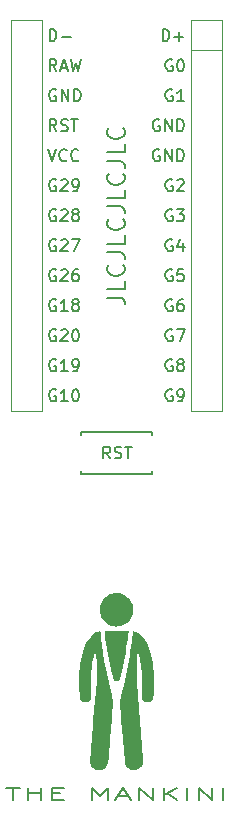
<source format=gbr>
%TF.GenerationSoftware,KiCad,Pcbnew,8.0.7*%
%TF.CreationDate,2024-12-25T21:28:18-05:00*%
%TF.ProjectId,mx,6d782e6b-6963-4616-945f-706362585858,v1.0.0*%
%TF.SameCoordinates,Original*%
%TF.FileFunction,Legend,Top*%
%TF.FilePolarity,Positive*%
%FSLAX46Y46*%
G04 Gerber Fmt 4.6, Leading zero omitted, Abs format (unit mm)*
G04 Created by KiCad (PCBNEW 8.0.7) date 2024-12-25 21:28:18*
%MOMM*%
%LPD*%
G01*
G04 APERTURE LIST*
%ADD10C,0.150000*%
%ADD11C,0.000000*%
%ADD12C,0.120000*%
G04 APERTURE END LIST*
D10*
X206904273Y-162179189D02*
X207975702Y-162179189D01*
X207975702Y-162179189D02*
X208189987Y-162250618D01*
X208189987Y-162250618D02*
X208332845Y-162393475D01*
X208332845Y-162393475D02*
X208404273Y-162607761D01*
X208404273Y-162607761D02*
X208404273Y-162750618D01*
X208404273Y-160750618D02*
X208404273Y-161464904D01*
X208404273Y-161464904D02*
X206904273Y-161464904D01*
X208261416Y-159393475D02*
X208332845Y-159464903D01*
X208332845Y-159464903D02*
X208404273Y-159679189D01*
X208404273Y-159679189D02*
X208404273Y-159822046D01*
X208404273Y-159822046D02*
X208332845Y-160036332D01*
X208332845Y-160036332D02*
X208189987Y-160179189D01*
X208189987Y-160179189D02*
X208047130Y-160250618D01*
X208047130Y-160250618D02*
X207761416Y-160322046D01*
X207761416Y-160322046D02*
X207547130Y-160322046D01*
X207547130Y-160322046D02*
X207261416Y-160250618D01*
X207261416Y-160250618D02*
X207118559Y-160179189D01*
X207118559Y-160179189D02*
X206975702Y-160036332D01*
X206975702Y-160036332D02*
X206904273Y-159822046D01*
X206904273Y-159822046D02*
X206904273Y-159679189D01*
X206904273Y-159679189D02*
X206975702Y-159464903D01*
X206975702Y-159464903D02*
X207047130Y-159393475D01*
X206904273Y-158322046D02*
X207975702Y-158322046D01*
X207975702Y-158322046D02*
X208189987Y-158393475D01*
X208189987Y-158393475D02*
X208332845Y-158536332D01*
X208332845Y-158536332D02*
X208404273Y-158750618D01*
X208404273Y-158750618D02*
X208404273Y-158893475D01*
X208404273Y-156893475D02*
X208404273Y-157607761D01*
X208404273Y-157607761D02*
X206904273Y-157607761D01*
X208261416Y-155536332D02*
X208332845Y-155607760D01*
X208332845Y-155607760D02*
X208404273Y-155822046D01*
X208404273Y-155822046D02*
X208404273Y-155964903D01*
X208404273Y-155964903D02*
X208332845Y-156179189D01*
X208332845Y-156179189D02*
X208189987Y-156322046D01*
X208189987Y-156322046D02*
X208047130Y-156393475D01*
X208047130Y-156393475D02*
X207761416Y-156464903D01*
X207761416Y-156464903D02*
X207547130Y-156464903D01*
X207547130Y-156464903D02*
X207261416Y-156393475D01*
X207261416Y-156393475D02*
X207118559Y-156322046D01*
X207118559Y-156322046D02*
X206975702Y-156179189D01*
X206975702Y-156179189D02*
X206904273Y-155964903D01*
X206904273Y-155964903D02*
X206904273Y-155822046D01*
X206904273Y-155822046D02*
X206975702Y-155607760D01*
X206975702Y-155607760D02*
X207047130Y-155536332D01*
X206904273Y-154464903D02*
X207975702Y-154464903D01*
X207975702Y-154464903D02*
X208189987Y-154536332D01*
X208189987Y-154536332D02*
X208332845Y-154679189D01*
X208332845Y-154679189D02*
X208404273Y-154893475D01*
X208404273Y-154893475D02*
X208404273Y-155036332D01*
X208404273Y-153036332D02*
X208404273Y-153750618D01*
X208404273Y-153750618D02*
X206904273Y-153750618D01*
X208261416Y-151679189D02*
X208332845Y-151750617D01*
X208332845Y-151750617D02*
X208404273Y-151964903D01*
X208404273Y-151964903D02*
X208404273Y-152107760D01*
X208404273Y-152107760D02*
X208332845Y-152322046D01*
X208332845Y-152322046D02*
X208189987Y-152464903D01*
X208189987Y-152464903D02*
X208047130Y-152536332D01*
X208047130Y-152536332D02*
X207761416Y-152607760D01*
X207761416Y-152607760D02*
X207547130Y-152607760D01*
X207547130Y-152607760D02*
X207261416Y-152536332D01*
X207261416Y-152536332D02*
X207118559Y-152464903D01*
X207118559Y-152464903D02*
X206975702Y-152322046D01*
X206975702Y-152322046D02*
X206904273Y-152107760D01*
X206904273Y-152107760D02*
X206904273Y-151964903D01*
X206904273Y-151964903D02*
X206975702Y-151750617D01*
X206975702Y-151750617D02*
X207047130Y-151679189D01*
X206904273Y-150607760D02*
X207975702Y-150607760D01*
X207975702Y-150607760D02*
X208189987Y-150679189D01*
X208189987Y-150679189D02*
X208332845Y-150822046D01*
X208332845Y-150822046D02*
X208404273Y-151036332D01*
X208404273Y-151036332D02*
X208404273Y-151179189D01*
X208404273Y-149179189D02*
X208404273Y-149893475D01*
X208404273Y-149893475D02*
X206904273Y-149893475D01*
X208261416Y-147822046D02*
X208332845Y-147893474D01*
X208332845Y-147893474D02*
X208404273Y-148107760D01*
X208404273Y-148107760D02*
X208404273Y-148250617D01*
X208404273Y-148250617D02*
X208332845Y-148464903D01*
X208332845Y-148464903D02*
X208189987Y-148607760D01*
X208189987Y-148607760D02*
X208047130Y-148679189D01*
X208047130Y-148679189D02*
X207761416Y-148750617D01*
X207761416Y-148750617D02*
X207547130Y-148750617D01*
X207547130Y-148750617D02*
X207261416Y-148679189D01*
X207261416Y-148679189D02*
X207118559Y-148607760D01*
X207118559Y-148607760D02*
X206975702Y-148464903D01*
X206975702Y-148464903D02*
X206904273Y-148250617D01*
X206904273Y-148250617D02*
X206904273Y-148107760D01*
X206904273Y-148107760D02*
X206975702Y-147893474D01*
X206975702Y-147893474D02*
X207047130Y-147822046D01*
X198384806Y-203681333D02*
X199527663Y-203681333D01*
X198956234Y-204681333D02*
X198956234Y-203681333D01*
X200194330Y-204681333D02*
X200194330Y-203681333D01*
X200194330Y-204157523D02*
X201337187Y-204157523D01*
X201337187Y-204681333D02*
X201337187Y-203681333D01*
X202289568Y-204157523D02*
X202956235Y-204157523D01*
X203241949Y-204681333D02*
X202289568Y-204681333D01*
X202289568Y-204681333D02*
X202289568Y-203681333D01*
X202289568Y-203681333D02*
X203241949Y-203681333D01*
X205622902Y-204681333D02*
X205622902Y-203681333D01*
X205622902Y-203681333D02*
X206289569Y-204395618D01*
X206289569Y-204395618D02*
X206956235Y-203681333D01*
X206956235Y-203681333D02*
X206956235Y-204681333D01*
X207813378Y-204395618D02*
X208765759Y-204395618D01*
X207622902Y-204681333D02*
X208289568Y-203681333D01*
X208289568Y-203681333D02*
X208956235Y-204681333D01*
X209622902Y-204681333D02*
X209622902Y-203681333D01*
X209622902Y-203681333D02*
X210765759Y-204681333D01*
X210765759Y-204681333D02*
X210765759Y-203681333D01*
X211718140Y-204681333D02*
X211718140Y-203681333D01*
X212860997Y-204681333D02*
X212003854Y-204109904D01*
X212860997Y-203681333D02*
X211718140Y-204252761D01*
X213718140Y-204681333D02*
X213718140Y-203681333D01*
X214670521Y-204681333D02*
X214670521Y-203681333D01*
X214670521Y-203681333D02*
X215813378Y-204681333D01*
X215813378Y-204681333D02*
X215813378Y-203681333D01*
X216765759Y-204681333D02*
X216765759Y-203681333D01*
X207170520Y-175800437D02*
X206837187Y-175324246D01*
X206599092Y-175800437D02*
X206599092Y-174800437D01*
X206599092Y-174800437D02*
X206980044Y-174800437D01*
X206980044Y-174800437D02*
X207075282Y-174848056D01*
X207075282Y-174848056D02*
X207122901Y-174895675D01*
X207122901Y-174895675D02*
X207170520Y-174990913D01*
X207170520Y-174990913D02*
X207170520Y-175133770D01*
X207170520Y-175133770D02*
X207122901Y-175229008D01*
X207122901Y-175229008D02*
X207075282Y-175276627D01*
X207075282Y-175276627D02*
X206980044Y-175324246D01*
X206980044Y-175324246D02*
X206599092Y-175324246D01*
X207551473Y-175752818D02*
X207694330Y-175800437D01*
X207694330Y-175800437D02*
X207932425Y-175800437D01*
X207932425Y-175800437D02*
X208027663Y-175752818D01*
X208027663Y-175752818D02*
X208075282Y-175705198D01*
X208075282Y-175705198D02*
X208122901Y-175609960D01*
X208122901Y-175609960D02*
X208122901Y-175514722D01*
X208122901Y-175514722D02*
X208075282Y-175419484D01*
X208075282Y-175419484D02*
X208027663Y-175371865D01*
X208027663Y-175371865D02*
X207932425Y-175324246D01*
X207932425Y-175324246D02*
X207741949Y-175276627D01*
X207741949Y-175276627D02*
X207646711Y-175229008D01*
X207646711Y-175229008D02*
X207599092Y-175181389D01*
X207599092Y-175181389D02*
X207551473Y-175086151D01*
X207551473Y-175086151D02*
X207551473Y-174990913D01*
X207551473Y-174990913D02*
X207599092Y-174895675D01*
X207599092Y-174895675D02*
X207646711Y-174848056D01*
X207646711Y-174848056D02*
X207741949Y-174800437D01*
X207741949Y-174800437D02*
X207980044Y-174800437D01*
X207980044Y-174800437D02*
X208122901Y-174848056D01*
X208408616Y-174800437D02*
X208980044Y-174800437D01*
X208694330Y-175800437D02*
X208694330Y-174800437D01*
X212428983Y-144593053D02*
X212333745Y-144545434D01*
X212333745Y-144545434D02*
X212190888Y-144545434D01*
X212190888Y-144545434D02*
X212048031Y-144593053D01*
X212048031Y-144593053D02*
X211952793Y-144688291D01*
X211952793Y-144688291D02*
X211905174Y-144783529D01*
X211905174Y-144783529D02*
X211857555Y-144974005D01*
X211857555Y-144974005D02*
X211857555Y-145116862D01*
X211857555Y-145116862D02*
X211905174Y-145307338D01*
X211905174Y-145307338D02*
X211952793Y-145402576D01*
X211952793Y-145402576D02*
X212048031Y-145497815D01*
X212048031Y-145497815D02*
X212190888Y-145545434D01*
X212190888Y-145545434D02*
X212286126Y-145545434D01*
X212286126Y-145545434D02*
X212428983Y-145497815D01*
X212428983Y-145497815D02*
X212476602Y-145450195D01*
X212476602Y-145450195D02*
X212476602Y-145116862D01*
X212476602Y-145116862D02*
X212286126Y-145116862D01*
X213428983Y-145545434D02*
X212857555Y-145545434D01*
X213143269Y-145545434D02*
X213143269Y-144545434D01*
X213143269Y-144545434D02*
X213048031Y-144688291D01*
X213048031Y-144688291D02*
X212952793Y-144783529D01*
X212952793Y-144783529D02*
X212857555Y-144831148D01*
X202578733Y-154753056D02*
X202483495Y-154705437D01*
X202483495Y-154705437D02*
X202340638Y-154705437D01*
X202340638Y-154705437D02*
X202197781Y-154753056D01*
X202197781Y-154753056D02*
X202102543Y-154848294D01*
X202102543Y-154848294D02*
X202054924Y-154943532D01*
X202054924Y-154943532D02*
X202007305Y-155134008D01*
X202007305Y-155134008D02*
X202007305Y-155276865D01*
X202007305Y-155276865D02*
X202054924Y-155467341D01*
X202054924Y-155467341D02*
X202102543Y-155562579D01*
X202102543Y-155562579D02*
X202197781Y-155657818D01*
X202197781Y-155657818D02*
X202340638Y-155705437D01*
X202340638Y-155705437D02*
X202435876Y-155705437D01*
X202435876Y-155705437D02*
X202578733Y-155657818D01*
X202578733Y-155657818D02*
X202626352Y-155610198D01*
X202626352Y-155610198D02*
X202626352Y-155276865D01*
X202626352Y-155276865D02*
X202435876Y-155276865D01*
X203007305Y-154800675D02*
X203054924Y-154753056D01*
X203054924Y-154753056D02*
X203150162Y-154705437D01*
X203150162Y-154705437D02*
X203388257Y-154705437D01*
X203388257Y-154705437D02*
X203483495Y-154753056D01*
X203483495Y-154753056D02*
X203531114Y-154800675D01*
X203531114Y-154800675D02*
X203578733Y-154895913D01*
X203578733Y-154895913D02*
X203578733Y-154991151D01*
X203578733Y-154991151D02*
X203531114Y-155134008D01*
X203531114Y-155134008D02*
X202959686Y-155705437D01*
X202959686Y-155705437D02*
X203578733Y-155705437D01*
X204150162Y-155134008D02*
X204054924Y-155086389D01*
X204054924Y-155086389D02*
X204007305Y-155038770D01*
X204007305Y-155038770D02*
X203959686Y-154943532D01*
X203959686Y-154943532D02*
X203959686Y-154895913D01*
X203959686Y-154895913D02*
X204007305Y-154800675D01*
X204007305Y-154800675D02*
X204054924Y-154753056D01*
X204054924Y-154753056D02*
X204150162Y-154705437D01*
X204150162Y-154705437D02*
X204340638Y-154705437D01*
X204340638Y-154705437D02*
X204435876Y-154753056D01*
X204435876Y-154753056D02*
X204483495Y-154800675D01*
X204483495Y-154800675D02*
X204531114Y-154895913D01*
X204531114Y-154895913D02*
X204531114Y-154943532D01*
X204531114Y-154943532D02*
X204483495Y-155038770D01*
X204483495Y-155038770D02*
X204435876Y-155086389D01*
X204435876Y-155086389D02*
X204340638Y-155134008D01*
X204340638Y-155134008D02*
X204150162Y-155134008D01*
X204150162Y-155134008D02*
X204054924Y-155181627D01*
X204054924Y-155181627D02*
X204007305Y-155229246D01*
X204007305Y-155229246D02*
X203959686Y-155324484D01*
X203959686Y-155324484D02*
X203959686Y-155514960D01*
X203959686Y-155514960D02*
X204007305Y-155610198D01*
X204007305Y-155610198D02*
X204054924Y-155657818D01*
X204054924Y-155657818D02*
X204150162Y-155705437D01*
X204150162Y-155705437D02*
X204340638Y-155705437D01*
X204340638Y-155705437D02*
X204435876Y-155657818D01*
X204435876Y-155657818D02*
X204483495Y-155610198D01*
X204483495Y-155610198D02*
X204531114Y-155514960D01*
X204531114Y-155514960D02*
X204531114Y-155324484D01*
X204531114Y-155324484D02*
X204483495Y-155229246D01*
X204483495Y-155229246D02*
X204435876Y-155181627D01*
X204435876Y-155181627D02*
X204340638Y-155134008D01*
X211333746Y-149673056D02*
X211238508Y-149625437D01*
X211238508Y-149625437D02*
X211095651Y-149625437D01*
X211095651Y-149625437D02*
X210952794Y-149673056D01*
X210952794Y-149673056D02*
X210857556Y-149768294D01*
X210857556Y-149768294D02*
X210809937Y-149863532D01*
X210809937Y-149863532D02*
X210762318Y-150054008D01*
X210762318Y-150054008D02*
X210762318Y-150196865D01*
X210762318Y-150196865D02*
X210809937Y-150387341D01*
X210809937Y-150387341D02*
X210857556Y-150482579D01*
X210857556Y-150482579D02*
X210952794Y-150577818D01*
X210952794Y-150577818D02*
X211095651Y-150625437D01*
X211095651Y-150625437D02*
X211190889Y-150625437D01*
X211190889Y-150625437D02*
X211333746Y-150577818D01*
X211333746Y-150577818D02*
X211381365Y-150530198D01*
X211381365Y-150530198D02*
X211381365Y-150196865D01*
X211381365Y-150196865D02*
X211190889Y-150196865D01*
X211809937Y-150625437D02*
X211809937Y-149625437D01*
X211809937Y-149625437D02*
X212381365Y-150625437D01*
X212381365Y-150625437D02*
X212381365Y-149625437D01*
X212857556Y-150625437D02*
X212857556Y-149625437D01*
X212857556Y-149625437D02*
X213095651Y-149625437D01*
X213095651Y-149625437D02*
X213238508Y-149673056D01*
X213238508Y-149673056D02*
X213333746Y-149768294D01*
X213333746Y-149768294D02*
X213381365Y-149863532D01*
X213381365Y-149863532D02*
X213428984Y-150054008D01*
X213428984Y-150054008D02*
X213428984Y-150196865D01*
X213428984Y-150196865D02*
X213381365Y-150387341D01*
X213381365Y-150387341D02*
X213333746Y-150482579D01*
X213333746Y-150482579D02*
X213238508Y-150577818D01*
X213238508Y-150577818D02*
X213095651Y-150625437D01*
X213095651Y-150625437D02*
X212857556Y-150625437D01*
X202054926Y-140465438D02*
X202054926Y-139465438D01*
X202054926Y-139465438D02*
X202293021Y-139465438D01*
X202293021Y-139465438D02*
X202435878Y-139513057D01*
X202435878Y-139513057D02*
X202531116Y-139608295D01*
X202531116Y-139608295D02*
X202578735Y-139703533D01*
X202578735Y-139703533D02*
X202626354Y-139894009D01*
X202626354Y-139894009D02*
X202626354Y-140036866D01*
X202626354Y-140036866D02*
X202578735Y-140227342D01*
X202578735Y-140227342D02*
X202531116Y-140322580D01*
X202531116Y-140322580D02*
X202435878Y-140417819D01*
X202435878Y-140417819D02*
X202293021Y-140465438D01*
X202293021Y-140465438D02*
X202054926Y-140465438D01*
X203054926Y-140084485D02*
X203816831Y-140084485D01*
X212428982Y-169993055D02*
X212333744Y-169945436D01*
X212333744Y-169945436D02*
X212190887Y-169945436D01*
X212190887Y-169945436D02*
X212048030Y-169993055D01*
X212048030Y-169993055D02*
X211952792Y-170088293D01*
X211952792Y-170088293D02*
X211905173Y-170183531D01*
X211905173Y-170183531D02*
X211857554Y-170374007D01*
X211857554Y-170374007D02*
X211857554Y-170516864D01*
X211857554Y-170516864D02*
X211905173Y-170707340D01*
X211905173Y-170707340D02*
X211952792Y-170802578D01*
X211952792Y-170802578D02*
X212048030Y-170897817D01*
X212048030Y-170897817D02*
X212190887Y-170945436D01*
X212190887Y-170945436D02*
X212286125Y-170945436D01*
X212286125Y-170945436D02*
X212428982Y-170897817D01*
X212428982Y-170897817D02*
X212476601Y-170850197D01*
X212476601Y-170850197D02*
X212476601Y-170516864D01*
X212476601Y-170516864D02*
X212286125Y-170516864D01*
X212952792Y-170945436D02*
X213143268Y-170945436D01*
X213143268Y-170945436D02*
X213238506Y-170897817D01*
X213238506Y-170897817D02*
X213286125Y-170850197D01*
X213286125Y-170850197D02*
X213381363Y-170707340D01*
X213381363Y-170707340D02*
X213428982Y-170516864D01*
X213428982Y-170516864D02*
X213428982Y-170135912D01*
X213428982Y-170135912D02*
X213381363Y-170040674D01*
X213381363Y-170040674D02*
X213333744Y-169993055D01*
X213333744Y-169993055D02*
X213238506Y-169945436D01*
X213238506Y-169945436D02*
X213048030Y-169945436D01*
X213048030Y-169945436D02*
X212952792Y-169993055D01*
X212952792Y-169993055D02*
X212905173Y-170040674D01*
X212905173Y-170040674D02*
X212857554Y-170135912D01*
X212857554Y-170135912D02*
X212857554Y-170374007D01*
X212857554Y-170374007D02*
X212905173Y-170469245D01*
X212905173Y-170469245D02*
X212952792Y-170516864D01*
X212952792Y-170516864D02*
X213048030Y-170564483D01*
X213048030Y-170564483D02*
X213238506Y-170564483D01*
X213238506Y-170564483D02*
X213333744Y-170516864D01*
X213333744Y-170516864D02*
X213381363Y-170469245D01*
X213381363Y-170469245D02*
X213428982Y-170374007D01*
X212428984Y-157293056D02*
X212333746Y-157245437D01*
X212333746Y-157245437D02*
X212190889Y-157245437D01*
X212190889Y-157245437D02*
X212048032Y-157293056D01*
X212048032Y-157293056D02*
X211952794Y-157388294D01*
X211952794Y-157388294D02*
X211905175Y-157483532D01*
X211905175Y-157483532D02*
X211857556Y-157674008D01*
X211857556Y-157674008D02*
X211857556Y-157816865D01*
X211857556Y-157816865D02*
X211905175Y-158007341D01*
X211905175Y-158007341D02*
X211952794Y-158102579D01*
X211952794Y-158102579D02*
X212048032Y-158197818D01*
X212048032Y-158197818D02*
X212190889Y-158245437D01*
X212190889Y-158245437D02*
X212286127Y-158245437D01*
X212286127Y-158245437D02*
X212428984Y-158197818D01*
X212428984Y-158197818D02*
X212476603Y-158150198D01*
X212476603Y-158150198D02*
X212476603Y-157816865D01*
X212476603Y-157816865D02*
X212286127Y-157816865D01*
X213333746Y-157578770D02*
X213333746Y-158245437D01*
X213095651Y-157197818D02*
X212857556Y-157912103D01*
X212857556Y-157912103D02*
X213476603Y-157912103D01*
X202578732Y-169993056D02*
X202483494Y-169945437D01*
X202483494Y-169945437D02*
X202340637Y-169945437D01*
X202340637Y-169945437D02*
X202197780Y-169993056D01*
X202197780Y-169993056D02*
X202102542Y-170088294D01*
X202102542Y-170088294D02*
X202054923Y-170183532D01*
X202054923Y-170183532D02*
X202007304Y-170374008D01*
X202007304Y-170374008D02*
X202007304Y-170516865D01*
X202007304Y-170516865D02*
X202054923Y-170707341D01*
X202054923Y-170707341D02*
X202102542Y-170802579D01*
X202102542Y-170802579D02*
X202197780Y-170897818D01*
X202197780Y-170897818D02*
X202340637Y-170945437D01*
X202340637Y-170945437D02*
X202435875Y-170945437D01*
X202435875Y-170945437D02*
X202578732Y-170897818D01*
X202578732Y-170897818D02*
X202626351Y-170850198D01*
X202626351Y-170850198D02*
X202626351Y-170516865D01*
X202626351Y-170516865D02*
X202435875Y-170516865D01*
X203578732Y-170945437D02*
X203007304Y-170945437D01*
X203293018Y-170945437D02*
X203293018Y-169945437D01*
X203293018Y-169945437D02*
X203197780Y-170088294D01*
X203197780Y-170088294D02*
X203102542Y-170183532D01*
X203102542Y-170183532D02*
X203007304Y-170231151D01*
X204197780Y-169945437D02*
X204293018Y-169945437D01*
X204293018Y-169945437D02*
X204388256Y-169993056D01*
X204388256Y-169993056D02*
X204435875Y-170040675D01*
X204435875Y-170040675D02*
X204483494Y-170135913D01*
X204483494Y-170135913D02*
X204531113Y-170326389D01*
X204531113Y-170326389D02*
X204531113Y-170564484D01*
X204531113Y-170564484D02*
X204483494Y-170754960D01*
X204483494Y-170754960D02*
X204435875Y-170850198D01*
X204435875Y-170850198D02*
X204388256Y-170897818D01*
X204388256Y-170897818D02*
X204293018Y-170945437D01*
X204293018Y-170945437D02*
X204197780Y-170945437D01*
X204197780Y-170945437D02*
X204102542Y-170897818D01*
X204102542Y-170897818D02*
X204054923Y-170850198D01*
X204054923Y-170850198D02*
X204007304Y-170754960D01*
X204007304Y-170754960D02*
X203959685Y-170564484D01*
X203959685Y-170564484D02*
X203959685Y-170326389D01*
X203959685Y-170326389D02*
X204007304Y-170135913D01*
X204007304Y-170135913D02*
X204054923Y-170040675D01*
X204054923Y-170040675D02*
X204102542Y-169993056D01*
X204102542Y-169993056D02*
X204197780Y-169945437D01*
X202578734Y-144593054D02*
X202483496Y-144545435D01*
X202483496Y-144545435D02*
X202340639Y-144545435D01*
X202340639Y-144545435D02*
X202197782Y-144593054D01*
X202197782Y-144593054D02*
X202102544Y-144688292D01*
X202102544Y-144688292D02*
X202054925Y-144783530D01*
X202054925Y-144783530D02*
X202007306Y-144974006D01*
X202007306Y-144974006D02*
X202007306Y-145116863D01*
X202007306Y-145116863D02*
X202054925Y-145307339D01*
X202054925Y-145307339D02*
X202102544Y-145402577D01*
X202102544Y-145402577D02*
X202197782Y-145497816D01*
X202197782Y-145497816D02*
X202340639Y-145545435D01*
X202340639Y-145545435D02*
X202435877Y-145545435D01*
X202435877Y-145545435D02*
X202578734Y-145497816D01*
X202578734Y-145497816D02*
X202626353Y-145450196D01*
X202626353Y-145450196D02*
X202626353Y-145116863D01*
X202626353Y-145116863D02*
X202435877Y-145116863D01*
X203054925Y-145545435D02*
X203054925Y-144545435D01*
X203054925Y-144545435D02*
X203626353Y-145545435D01*
X203626353Y-145545435D02*
X203626353Y-144545435D01*
X204102544Y-145545435D02*
X204102544Y-144545435D01*
X204102544Y-144545435D02*
X204340639Y-144545435D01*
X204340639Y-144545435D02*
X204483496Y-144593054D01*
X204483496Y-144593054D02*
X204578734Y-144688292D01*
X204578734Y-144688292D02*
X204626353Y-144783530D01*
X204626353Y-144783530D02*
X204673972Y-144974006D01*
X204673972Y-144974006D02*
X204673972Y-145116863D01*
X204673972Y-145116863D02*
X204626353Y-145307339D01*
X204626353Y-145307339D02*
X204578734Y-145402577D01*
X204578734Y-145402577D02*
X204483496Y-145497816D01*
X204483496Y-145497816D02*
X204340639Y-145545435D01*
X204340639Y-145545435D02*
X204102544Y-145545435D01*
X202578734Y-164913059D02*
X202483496Y-164865440D01*
X202483496Y-164865440D02*
X202340639Y-164865440D01*
X202340639Y-164865440D02*
X202197782Y-164913059D01*
X202197782Y-164913059D02*
X202102544Y-165008297D01*
X202102544Y-165008297D02*
X202054925Y-165103535D01*
X202054925Y-165103535D02*
X202007306Y-165294011D01*
X202007306Y-165294011D02*
X202007306Y-165436868D01*
X202007306Y-165436868D02*
X202054925Y-165627344D01*
X202054925Y-165627344D02*
X202102544Y-165722582D01*
X202102544Y-165722582D02*
X202197782Y-165817821D01*
X202197782Y-165817821D02*
X202340639Y-165865440D01*
X202340639Y-165865440D02*
X202435877Y-165865440D01*
X202435877Y-165865440D02*
X202578734Y-165817821D01*
X202578734Y-165817821D02*
X202626353Y-165770201D01*
X202626353Y-165770201D02*
X202626353Y-165436868D01*
X202626353Y-165436868D02*
X202435877Y-165436868D01*
X203007306Y-164960678D02*
X203054925Y-164913059D01*
X203054925Y-164913059D02*
X203150163Y-164865440D01*
X203150163Y-164865440D02*
X203388258Y-164865440D01*
X203388258Y-164865440D02*
X203483496Y-164913059D01*
X203483496Y-164913059D02*
X203531115Y-164960678D01*
X203531115Y-164960678D02*
X203578734Y-165055916D01*
X203578734Y-165055916D02*
X203578734Y-165151154D01*
X203578734Y-165151154D02*
X203531115Y-165294011D01*
X203531115Y-165294011D02*
X202959687Y-165865440D01*
X202959687Y-165865440D02*
X203578734Y-165865440D01*
X204197782Y-164865440D02*
X204293020Y-164865440D01*
X204293020Y-164865440D02*
X204388258Y-164913059D01*
X204388258Y-164913059D02*
X204435877Y-164960678D01*
X204435877Y-164960678D02*
X204483496Y-165055916D01*
X204483496Y-165055916D02*
X204531115Y-165246392D01*
X204531115Y-165246392D02*
X204531115Y-165484487D01*
X204531115Y-165484487D02*
X204483496Y-165674963D01*
X204483496Y-165674963D02*
X204435877Y-165770201D01*
X204435877Y-165770201D02*
X204388258Y-165817821D01*
X204388258Y-165817821D02*
X204293020Y-165865440D01*
X204293020Y-165865440D02*
X204197782Y-165865440D01*
X204197782Y-165865440D02*
X204102544Y-165817821D01*
X204102544Y-165817821D02*
X204054925Y-165770201D01*
X204054925Y-165770201D02*
X204007306Y-165674963D01*
X204007306Y-165674963D02*
X203959687Y-165484487D01*
X203959687Y-165484487D02*
X203959687Y-165246392D01*
X203959687Y-165246392D02*
X204007306Y-165055916D01*
X204007306Y-165055916D02*
X204054925Y-164960678D01*
X204054925Y-164960678D02*
X204102544Y-164913059D01*
X204102544Y-164913059D02*
X204197782Y-164865440D01*
X212428984Y-142053057D02*
X212333746Y-142005438D01*
X212333746Y-142005438D02*
X212190889Y-142005438D01*
X212190889Y-142005438D02*
X212048032Y-142053057D01*
X212048032Y-142053057D02*
X211952794Y-142148295D01*
X211952794Y-142148295D02*
X211905175Y-142243533D01*
X211905175Y-142243533D02*
X211857556Y-142434009D01*
X211857556Y-142434009D02*
X211857556Y-142576866D01*
X211857556Y-142576866D02*
X211905175Y-142767342D01*
X211905175Y-142767342D02*
X211952794Y-142862580D01*
X211952794Y-142862580D02*
X212048032Y-142957819D01*
X212048032Y-142957819D02*
X212190889Y-143005438D01*
X212190889Y-143005438D02*
X212286127Y-143005438D01*
X212286127Y-143005438D02*
X212428984Y-142957819D01*
X212428984Y-142957819D02*
X212476603Y-142910199D01*
X212476603Y-142910199D02*
X212476603Y-142576866D01*
X212476603Y-142576866D02*
X212286127Y-142576866D01*
X213095651Y-142005438D02*
X213190889Y-142005438D01*
X213190889Y-142005438D02*
X213286127Y-142053057D01*
X213286127Y-142053057D02*
X213333746Y-142100676D01*
X213333746Y-142100676D02*
X213381365Y-142195914D01*
X213381365Y-142195914D02*
X213428984Y-142386390D01*
X213428984Y-142386390D02*
X213428984Y-142624485D01*
X213428984Y-142624485D02*
X213381365Y-142814961D01*
X213381365Y-142814961D02*
X213333746Y-142910199D01*
X213333746Y-142910199D02*
X213286127Y-142957819D01*
X213286127Y-142957819D02*
X213190889Y-143005438D01*
X213190889Y-143005438D02*
X213095651Y-143005438D01*
X213095651Y-143005438D02*
X213000413Y-142957819D01*
X213000413Y-142957819D02*
X212952794Y-142910199D01*
X212952794Y-142910199D02*
X212905175Y-142814961D01*
X212905175Y-142814961D02*
X212857556Y-142624485D01*
X212857556Y-142624485D02*
X212857556Y-142386390D01*
X212857556Y-142386390D02*
X212905175Y-142195914D01*
X212905175Y-142195914D02*
X212952794Y-142100676D01*
X212952794Y-142100676D02*
X213000413Y-142053057D01*
X213000413Y-142053057D02*
X213095651Y-142005438D01*
X201912067Y-149625438D02*
X202245400Y-150625438D01*
X202245400Y-150625438D02*
X202578733Y-149625438D01*
X203483495Y-150530199D02*
X203435876Y-150577819D01*
X203435876Y-150577819D02*
X203293019Y-150625438D01*
X203293019Y-150625438D02*
X203197781Y-150625438D01*
X203197781Y-150625438D02*
X203054924Y-150577819D01*
X203054924Y-150577819D02*
X202959686Y-150482580D01*
X202959686Y-150482580D02*
X202912067Y-150387342D01*
X202912067Y-150387342D02*
X202864448Y-150196866D01*
X202864448Y-150196866D02*
X202864448Y-150054009D01*
X202864448Y-150054009D02*
X202912067Y-149863533D01*
X202912067Y-149863533D02*
X202959686Y-149768295D01*
X202959686Y-149768295D02*
X203054924Y-149673057D01*
X203054924Y-149673057D02*
X203197781Y-149625438D01*
X203197781Y-149625438D02*
X203293019Y-149625438D01*
X203293019Y-149625438D02*
X203435876Y-149673057D01*
X203435876Y-149673057D02*
X203483495Y-149720676D01*
X204483495Y-150530199D02*
X204435876Y-150577819D01*
X204435876Y-150577819D02*
X204293019Y-150625438D01*
X204293019Y-150625438D02*
X204197781Y-150625438D01*
X204197781Y-150625438D02*
X204054924Y-150577819D01*
X204054924Y-150577819D02*
X203959686Y-150482580D01*
X203959686Y-150482580D02*
X203912067Y-150387342D01*
X203912067Y-150387342D02*
X203864448Y-150196866D01*
X203864448Y-150196866D02*
X203864448Y-150054009D01*
X203864448Y-150054009D02*
X203912067Y-149863533D01*
X203912067Y-149863533D02*
X203959686Y-149768295D01*
X203959686Y-149768295D02*
X204054924Y-149673057D01*
X204054924Y-149673057D02*
X204197781Y-149625438D01*
X204197781Y-149625438D02*
X204293019Y-149625438D01*
X204293019Y-149625438D02*
X204435876Y-149673057D01*
X204435876Y-149673057D02*
X204483495Y-149720676D01*
X212428985Y-167453057D02*
X212333747Y-167405438D01*
X212333747Y-167405438D02*
X212190890Y-167405438D01*
X212190890Y-167405438D02*
X212048033Y-167453057D01*
X212048033Y-167453057D02*
X211952795Y-167548295D01*
X211952795Y-167548295D02*
X211905176Y-167643533D01*
X211905176Y-167643533D02*
X211857557Y-167834009D01*
X211857557Y-167834009D02*
X211857557Y-167976866D01*
X211857557Y-167976866D02*
X211905176Y-168167342D01*
X211905176Y-168167342D02*
X211952795Y-168262580D01*
X211952795Y-168262580D02*
X212048033Y-168357819D01*
X212048033Y-168357819D02*
X212190890Y-168405438D01*
X212190890Y-168405438D02*
X212286128Y-168405438D01*
X212286128Y-168405438D02*
X212428985Y-168357819D01*
X212428985Y-168357819D02*
X212476604Y-168310199D01*
X212476604Y-168310199D02*
X212476604Y-167976866D01*
X212476604Y-167976866D02*
X212286128Y-167976866D01*
X213048033Y-167834009D02*
X212952795Y-167786390D01*
X212952795Y-167786390D02*
X212905176Y-167738771D01*
X212905176Y-167738771D02*
X212857557Y-167643533D01*
X212857557Y-167643533D02*
X212857557Y-167595914D01*
X212857557Y-167595914D02*
X212905176Y-167500676D01*
X212905176Y-167500676D02*
X212952795Y-167453057D01*
X212952795Y-167453057D02*
X213048033Y-167405438D01*
X213048033Y-167405438D02*
X213238509Y-167405438D01*
X213238509Y-167405438D02*
X213333747Y-167453057D01*
X213333747Y-167453057D02*
X213381366Y-167500676D01*
X213381366Y-167500676D02*
X213428985Y-167595914D01*
X213428985Y-167595914D02*
X213428985Y-167643533D01*
X213428985Y-167643533D02*
X213381366Y-167738771D01*
X213381366Y-167738771D02*
X213333747Y-167786390D01*
X213333747Y-167786390D02*
X213238509Y-167834009D01*
X213238509Y-167834009D02*
X213048033Y-167834009D01*
X213048033Y-167834009D02*
X212952795Y-167881628D01*
X212952795Y-167881628D02*
X212905176Y-167929247D01*
X212905176Y-167929247D02*
X212857557Y-168024485D01*
X212857557Y-168024485D02*
X212857557Y-168214961D01*
X212857557Y-168214961D02*
X212905176Y-168310199D01*
X212905176Y-168310199D02*
X212952795Y-168357819D01*
X212952795Y-168357819D02*
X213048033Y-168405438D01*
X213048033Y-168405438D02*
X213238509Y-168405438D01*
X213238509Y-168405438D02*
X213333747Y-168357819D01*
X213333747Y-168357819D02*
X213381366Y-168310199D01*
X213381366Y-168310199D02*
X213428985Y-168214961D01*
X213428985Y-168214961D02*
X213428985Y-168024485D01*
X213428985Y-168024485D02*
X213381366Y-167929247D01*
X213381366Y-167929247D02*
X213333747Y-167881628D01*
X213333747Y-167881628D02*
X213238509Y-167834009D01*
X202578732Y-157293056D02*
X202483494Y-157245437D01*
X202483494Y-157245437D02*
X202340637Y-157245437D01*
X202340637Y-157245437D02*
X202197780Y-157293056D01*
X202197780Y-157293056D02*
X202102542Y-157388294D01*
X202102542Y-157388294D02*
X202054923Y-157483532D01*
X202054923Y-157483532D02*
X202007304Y-157674008D01*
X202007304Y-157674008D02*
X202007304Y-157816865D01*
X202007304Y-157816865D02*
X202054923Y-158007341D01*
X202054923Y-158007341D02*
X202102542Y-158102579D01*
X202102542Y-158102579D02*
X202197780Y-158197818D01*
X202197780Y-158197818D02*
X202340637Y-158245437D01*
X202340637Y-158245437D02*
X202435875Y-158245437D01*
X202435875Y-158245437D02*
X202578732Y-158197818D01*
X202578732Y-158197818D02*
X202626351Y-158150198D01*
X202626351Y-158150198D02*
X202626351Y-157816865D01*
X202626351Y-157816865D02*
X202435875Y-157816865D01*
X203007304Y-157340675D02*
X203054923Y-157293056D01*
X203054923Y-157293056D02*
X203150161Y-157245437D01*
X203150161Y-157245437D02*
X203388256Y-157245437D01*
X203388256Y-157245437D02*
X203483494Y-157293056D01*
X203483494Y-157293056D02*
X203531113Y-157340675D01*
X203531113Y-157340675D02*
X203578732Y-157435913D01*
X203578732Y-157435913D02*
X203578732Y-157531151D01*
X203578732Y-157531151D02*
X203531113Y-157674008D01*
X203531113Y-157674008D02*
X202959685Y-158245437D01*
X202959685Y-158245437D02*
X203578732Y-158245437D01*
X203912066Y-157245437D02*
X204578732Y-157245437D01*
X204578732Y-157245437D02*
X204150161Y-158245437D01*
X202578733Y-167453055D02*
X202483495Y-167405436D01*
X202483495Y-167405436D02*
X202340638Y-167405436D01*
X202340638Y-167405436D02*
X202197781Y-167453055D01*
X202197781Y-167453055D02*
X202102543Y-167548293D01*
X202102543Y-167548293D02*
X202054924Y-167643531D01*
X202054924Y-167643531D02*
X202007305Y-167834007D01*
X202007305Y-167834007D02*
X202007305Y-167976864D01*
X202007305Y-167976864D02*
X202054924Y-168167340D01*
X202054924Y-168167340D02*
X202102543Y-168262578D01*
X202102543Y-168262578D02*
X202197781Y-168357817D01*
X202197781Y-168357817D02*
X202340638Y-168405436D01*
X202340638Y-168405436D02*
X202435876Y-168405436D01*
X202435876Y-168405436D02*
X202578733Y-168357817D01*
X202578733Y-168357817D02*
X202626352Y-168310197D01*
X202626352Y-168310197D02*
X202626352Y-167976864D01*
X202626352Y-167976864D02*
X202435876Y-167976864D01*
X203578733Y-168405436D02*
X203007305Y-168405436D01*
X203293019Y-168405436D02*
X203293019Y-167405436D01*
X203293019Y-167405436D02*
X203197781Y-167548293D01*
X203197781Y-167548293D02*
X203102543Y-167643531D01*
X203102543Y-167643531D02*
X203007305Y-167691150D01*
X204054924Y-168405436D02*
X204245400Y-168405436D01*
X204245400Y-168405436D02*
X204340638Y-168357817D01*
X204340638Y-168357817D02*
X204388257Y-168310197D01*
X204388257Y-168310197D02*
X204483495Y-168167340D01*
X204483495Y-168167340D02*
X204531114Y-167976864D01*
X204531114Y-167976864D02*
X204531114Y-167595912D01*
X204531114Y-167595912D02*
X204483495Y-167500674D01*
X204483495Y-167500674D02*
X204435876Y-167453055D01*
X204435876Y-167453055D02*
X204340638Y-167405436D01*
X204340638Y-167405436D02*
X204150162Y-167405436D01*
X204150162Y-167405436D02*
X204054924Y-167453055D01*
X204054924Y-167453055D02*
X204007305Y-167500674D01*
X204007305Y-167500674D02*
X203959686Y-167595912D01*
X203959686Y-167595912D02*
X203959686Y-167834007D01*
X203959686Y-167834007D02*
X204007305Y-167929245D01*
X204007305Y-167929245D02*
X204054924Y-167976864D01*
X204054924Y-167976864D02*
X204150162Y-168024483D01*
X204150162Y-168024483D02*
X204340638Y-168024483D01*
X204340638Y-168024483D02*
X204435876Y-167976864D01*
X204435876Y-167976864D02*
X204483495Y-167929245D01*
X204483495Y-167929245D02*
X204531114Y-167834007D01*
X202626351Y-143005436D02*
X202293018Y-142529245D01*
X202054923Y-143005436D02*
X202054923Y-142005436D01*
X202054923Y-142005436D02*
X202435875Y-142005436D01*
X202435875Y-142005436D02*
X202531113Y-142053055D01*
X202531113Y-142053055D02*
X202578732Y-142100674D01*
X202578732Y-142100674D02*
X202626351Y-142195912D01*
X202626351Y-142195912D02*
X202626351Y-142338769D01*
X202626351Y-142338769D02*
X202578732Y-142434007D01*
X202578732Y-142434007D02*
X202531113Y-142481626D01*
X202531113Y-142481626D02*
X202435875Y-142529245D01*
X202435875Y-142529245D02*
X202054923Y-142529245D01*
X203007304Y-142719721D02*
X203483494Y-142719721D01*
X202912066Y-143005436D02*
X203245399Y-142005436D01*
X203245399Y-142005436D02*
X203578732Y-143005436D01*
X203816828Y-142005436D02*
X204054923Y-143005436D01*
X204054923Y-143005436D02*
X204245399Y-142291150D01*
X204245399Y-142291150D02*
X204435875Y-143005436D01*
X204435875Y-143005436D02*
X204673971Y-142005436D01*
X202578733Y-162373056D02*
X202483495Y-162325437D01*
X202483495Y-162325437D02*
X202340638Y-162325437D01*
X202340638Y-162325437D02*
X202197781Y-162373056D01*
X202197781Y-162373056D02*
X202102543Y-162468294D01*
X202102543Y-162468294D02*
X202054924Y-162563532D01*
X202054924Y-162563532D02*
X202007305Y-162754008D01*
X202007305Y-162754008D02*
X202007305Y-162896865D01*
X202007305Y-162896865D02*
X202054924Y-163087341D01*
X202054924Y-163087341D02*
X202102543Y-163182579D01*
X202102543Y-163182579D02*
X202197781Y-163277818D01*
X202197781Y-163277818D02*
X202340638Y-163325437D01*
X202340638Y-163325437D02*
X202435876Y-163325437D01*
X202435876Y-163325437D02*
X202578733Y-163277818D01*
X202578733Y-163277818D02*
X202626352Y-163230198D01*
X202626352Y-163230198D02*
X202626352Y-162896865D01*
X202626352Y-162896865D02*
X202435876Y-162896865D01*
X203578733Y-163325437D02*
X203007305Y-163325437D01*
X203293019Y-163325437D02*
X203293019Y-162325437D01*
X203293019Y-162325437D02*
X203197781Y-162468294D01*
X203197781Y-162468294D02*
X203102543Y-162563532D01*
X203102543Y-162563532D02*
X203007305Y-162611151D01*
X204150162Y-162754008D02*
X204054924Y-162706389D01*
X204054924Y-162706389D02*
X204007305Y-162658770D01*
X204007305Y-162658770D02*
X203959686Y-162563532D01*
X203959686Y-162563532D02*
X203959686Y-162515913D01*
X203959686Y-162515913D02*
X204007305Y-162420675D01*
X204007305Y-162420675D02*
X204054924Y-162373056D01*
X204054924Y-162373056D02*
X204150162Y-162325437D01*
X204150162Y-162325437D02*
X204340638Y-162325437D01*
X204340638Y-162325437D02*
X204435876Y-162373056D01*
X204435876Y-162373056D02*
X204483495Y-162420675D01*
X204483495Y-162420675D02*
X204531114Y-162515913D01*
X204531114Y-162515913D02*
X204531114Y-162563532D01*
X204531114Y-162563532D02*
X204483495Y-162658770D01*
X204483495Y-162658770D02*
X204435876Y-162706389D01*
X204435876Y-162706389D02*
X204340638Y-162754008D01*
X204340638Y-162754008D02*
X204150162Y-162754008D01*
X204150162Y-162754008D02*
X204054924Y-162801627D01*
X204054924Y-162801627D02*
X204007305Y-162849246D01*
X204007305Y-162849246D02*
X203959686Y-162944484D01*
X203959686Y-162944484D02*
X203959686Y-163134960D01*
X203959686Y-163134960D02*
X204007305Y-163230198D01*
X204007305Y-163230198D02*
X204054924Y-163277818D01*
X204054924Y-163277818D02*
X204150162Y-163325437D01*
X204150162Y-163325437D02*
X204340638Y-163325437D01*
X204340638Y-163325437D02*
X204435876Y-163277818D01*
X204435876Y-163277818D02*
X204483495Y-163230198D01*
X204483495Y-163230198D02*
X204531114Y-163134960D01*
X204531114Y-163134960D02*
X204531114Y-162944484D01*
X204531114Y-162944484D02*
X204483495Y-162849246D01*
X204483495Y-162849246D02*
X204435876Y-162801627D01*
X204435876Y-162801627D02*
X204340638Y-162754008D01*
X202626352Y-148085437D02*
X202293019Y-147609246D01*
X202054924Y-148085437D02*
X202054924Y-147085437D01*
X202054924Y-147085437D02*
X202435876Y-147085437D01*
X202435876Y-147085437D02*
X202531114Y-147133056D01*
X202531114Y-147133056D02*
X202578733Y-147180675D01*
X202578733Y-147180675D02*
X202626352Y-147275913D01*
X202626352Y-147275913D02*
X202626352Y-147418770D01*
X202626352Y-147418770D02*
X202578733Y-147514008D01*
X202578733Y-147514008D02*
X202531114Y-147561627D01*
X202531114Y-147561627D02*
X202435876Y-147609246D01*
X202435876Y-147609246D02*
X202054924Y-147609246D01*
X203007305Y-148037818D02*
X203150162Y-148085437D01*
X203150162Y-148085437D02*
X203388257Y-148085437D01*
X203388257Y-148085437D02*
X203483495Y-148037818D01*
X203483495Y-148037818D02*
X203531114Y-147990198D01*
X203531114Y-147990198D02*
X203578733Y-147894960D01*
X203578733Y-147894960D02*
X203578733Y-147799722D01*
X203578733Y-147799722D02*
X203531114Y-147704484D01*
X203531114Y-147704484D02*
X203483495Y-147656865D01*
X203483495Y-147656865D02*
X203388257Y-147609246D01*
X203388257Y-147609246D02*
X203197781Y-147561627D01*
X203197781Y-147561627D02*
X203102543Y-147514008D01*
X203102543Y-147514008D02*
X203054924Y-147466389D01*
X203054924Y-147466389D02*
X203007305Y-147371151D01*
X203007305Y-147371151D02*
X203007305Y-147275913D01*
X203007305Y-147275913D02*
X203054924Y-147180675D01*
X203054924Y-147180675D02*
X203102543Y-147133056D01*
X203102543Y-147133056D02*
X203197781Y-147085437D01*
X203197781Y-147085437D02*
X203435876Y-147085437D01*
X203435876Y-147085437D02*
X203578733Y-147133056D01*
X203864448Y-147085437D02*
X204435876Y-147085437D01*
X204150162Y-148085437D02*
X204150162Y-147085437D01*
X212428985Y-152213056D02*
X212333747Y-152165437D01*
X212333747Y-152165437D02*
X212190890Y-152165437D01*
X212190890Y-152165437D02*
X212048033Y-152213056D01*
X212048033Y-152213056D02*
X211952795Y-152308294D01*
X211952795Y-152308294D02*
X211905176Y-152403532D01*
X211905176Y-152403532D02*
X211857557Y-152594008D01*
X211857557Y-152594008D02*
X211857557Y-152736865D01*
X211857557Y-152736865D02*
X211905176Y-152927341D01*
X211905176Y-152927341D02*
X211952795Y-153022579D01*
X211952795Y-153022579D02*
X212048033Y-153117818D01*
X212048033Y-153117818D02*
X212190890Y-153165437D01*
X212190890Y-153165437D02*
X212286128Y-153165437D01*
X212286128Y-153165437D02*
X212428985Y-153117818D01*
X212428985Y-153117818D02*
X212476604Y-153070198D01*
X212476604Y-153070198D02*
X212476604Y-152736865D01*
X212476604Y-152736865D02*
X212286128Y-152736865D01*
X212857557Y-152260675D02*
X212905176Y-152213056D01*
X212905176Y-152213056D02*
X213000414Y-152165437D01*
X213000414Y-152165437D02*
X213238509Y-152165437D01*
X213238509Y-152165437D02*
X213333747Y-152213056D01*
X213333747Y-152213056D02*
X213381366Y-152260675D01*
X213381366Y-152260675D02*
X213428985Y-152355913D01*
X213428985Y-152355913D02*
X213428985Y-152451151D01*
X213428985Y-152451151D02*
X213381366Y-152594008D01*
X213381366Y-152594008D02*
X212809938Y-153165437D01*
X212809938Y-153165437D02*
X213428985Y-153165437D01*
X202578733Y-159833056D02*
X202483495Y-159785437D01*
X202483495Y-159785437D02*
X202340638Y-159785437D01*
X202340638Y-159785437D02*
X202197781Y-159833056D01*
X202197781Y-159833056D02*
X202102543Y-159928294D01*
X202102543Y-159928294D02*
X202054924Y-160023532D01*
X202054924Y-160023532D02*
X202007305Y-160214008D01*
X202007305Y-160214008D02*
X202007305Y-160356865D01*
X202007305Y-160356865D02*
X202054924Y-160547341D01*
X202054924Y-160547341D02*
X202102543Y-160642579D01*
X202102543Y-160642579D02*
X202197781Y-160737818D01*
X202197781Y-160737818D02*
X202340638Y-160785437D01*
X202340638Y-160785437D02*
X202435876Y-160785437D01*
X202435876Y-160785437D02*
X202578733Y-160737818D01*
X202578733Y-160737818D02*
X202626352Y-160690198D01*
X202626352Y-160690198D02*
X202626352Y-160356865D01*
X202626352Y-160356865D02*
X202435876Y-160356865D01*
X203007305Y-159880675D02*
X203054924Y-159833056D01*
X203054924Y-159833056D02*
X203150162Y-159785437D01*
X203150162Y-159785437D02*
X203388257Y-159785437D01*
X203388257Y-159785437D02*
X203483495Y-159833056D01*
X203483495Y-159833056D02*
X203531114Y-159880675D01*
X203531114Y-159880675D02*
X203578733Y-159975913D01*
X203578733Y-159975913D02*
X203578733Y-160071151D01*
X203578733Y-160071151D02*
X203531114Y-160214008D01*
X203531114Y-160214008D02*
X202959686Y-160785437D01*
X202959686Y-160785437D02*
X203578733Y-160785437D01*
X204435876Y-159785437D02*
X204245400Y-159785437D01*
X204245400Y-159785437D02*
X204150162Y-159833056D01*
X204150162Y-159833056D02*
X204102543Y-159880675D01*
X204102543Y-159880675D02*
X204007305Y-160023532D01*
X204007305Y-160023532D02*
X203959686Y-160214008D01*
X203959686Y-160214008D02*
X203959686Y-160594960D01*
X203959686Y-160594960D02*
X204007305Y-160690198D01*
X204007305Y-160690198D02*
X204054924Y-160737818D01*
X204054924Y-160737818D02*
X204150162Y-160785437D01*
X204150162Y-160785437D02*
X204340638Y-160785437D01*
X204340638Y-160785437D02*
X204435876Y-160737818D01*
X204435876Y-160737818D02*
X204483495Y-160690198D01*
X204483495Y-160690198D02*
X204531114Y-160594960D01*
X204531114Y-160594960D02*
X204531114Y-160356865D01*
X204531114Y-160356865D02*
X204483495Y-160261627D01*
X204483495Y-160261627D02*
X204435876Y-160214008D01*
X204435876Y-160214008D02*
X204340638Y-160166389D01*
X204340638Y-160166389D02*
X204150162Y-160166389D01*
X204150162Y-160166389D02*
X204054924Y-160214008D01*
X204054924Y-160214008D02*
X204007305Y-160261627D01*
X204007305Y-160261627D02*
X203959686Y-160356865D01*
X212428983Y-164913058D02*
X212333745Y-164865439D01*
X212333745Y-164865439D02*
X212190888Y-164865439D01*
X212190888Y-164865439D02*
X212048031Y-164913058D01*
X212048031Y-164913058D02*
X211952793Y-165008296D01*
X211952793Y-165008296D02*
X211905174Y-165103534D01*
X211905174Y-165103534D02*
X211857555Y-165294010D01*
X211857555Y-165294010D02*
X211857555Y-165436867D01*
X211857555Y-165436867D02*
X211905174Y-165627343D01*
X211905174Y-165627343D02*
X211952793Y-165722581D01*
X211952793Y-165722581D02*
X212048031Y-165817820D01*
X212048031Y-165817820D02*
X212190888Y-165865439D01*
X212190888Y-165865439D02*
X212286126Y-165865439D01*
X212286126Y-165865439D02*
X212428983Y-165817820D01*
X212428983Y-165817820D02*
X212476602Y-165770200D01*
X212476602Y-165770200D02*
X212476602Y-165436867D01*
X212476602Y-165436867D02*
X212286126Y-165436867D01*
X212809936Y-164865439D02*
X213476602Y-164865439D01*
X213476602Y-164865439D02*
X213048031Y-165865439D01*
X211619462Y-140465437D02*
X211619462Y-139465437D01*
X211619462Y-139465437D02*
X211857557Y-139465437D01*
X211857557Y-139465437D02*
X212000414Y-139513056D01*
X212000414Y-139513056D02*
X212095652Y-139608294D01*
X212095652Y-139608294D02*
X212143271Y-139703532D01*
X212143271Y-139703532D02*
X212190890Y-139894008D01*
X212190890Y-139894008D02*
X212190890Y-140036865D01*
X212190890Y-140036865D02*
X212143271Y-140227341D01*
X212143271Y-140227341D02*
X212095652Y-140322579D01*
X212095652Y-140322579D02*
X212000414Y-140417818D01*
X212000414Y-140417818D02*
X211857557Y-140465437D01*
X211857557Y-140465437D02*
X211619462Y-140465437D01*
X212619462Y-140084484D02*
X213381367Y-140084484D01*
X213000414Y-140465437D02*
X213000414Y-139703532D01*
X212428984Y-159833055D02*
X212333746Y-159785436D01*
X212333746Y-159785436D02*
X212190889Y-159785436D01*
X212190889Y-159785436D02*
X212048032Y-159833055D01*
X212048032Y-159833055D02*
X211952794Y-159928293D01*
X211952794Y-159928293D02*
X211905175Y-160023531D01*
X211905175Y-160023531D02*
X211857556Y-160214007D01*
X211857556Y-160214007D02*
X211857556Y-160356864D01*
X211857556Y-160356864D02*
X211905175Y-160547340D01*
X211905175Y-160547340D02*
X211952794Y-160642578D01*
X211952794Y-160642578D02*
X212048032Y-160737817D01*
X212048032Y-160737817D02*
X212190889Y-160785436D01*
X212190889Y-160785436D02*
X212286127Y-160785436D01*
X212286127Y-160785436D02*
X212428984Y-160737817D01*
X212428984Y-160737817D02*
X212476603Y-160690197D01*
X212476603Y-160690197D02*
X212476603Y-160356864D01*
X212476603Y-160356864D02*
X212286127Y-160356864D01*
X213381365Y-159785436D02*
X212905175Y-159785436D01*
X212905175Y-159785436D02*
X212857556Y-160261626D01*
X212857556Y-160261626D02*
X212905175Y-160214007D01*
X212905175Y-160214007D02*
X213000413Y-160166388D01*
X213000413Y-160166388D02*
X213238508Y-160166388D01*
X213238508Y-160166388D02*
X213333746Y-160214007D01*
X213333746Y-160214007D02*
X213381365Y-160261626D01*
X213381365Y-160261626D02*
X213428984Y-160356864D01*
X213428984Y-160356864D02*
X213428984Y-160594959D01*
X213428984Y-160594959D02*
X213381365Y-160690197D01*
X213381365Y-160690197D02*
X213333746Y-160737817D01*
X213333746Y-160737817D02*
X213238508Y-160785436D01*
X213238508Y-160785436D02*
X213000413Y-160785436D01*
X213000413Y-160785436D02*
X212905175Y-160737817D01*
X212905175Y-160737817D02*
X212857556Y-160690197D01*
X211333746Y-147133056D02*
X211238508Y-147085437D01*
X211238508Y-147085437D02*
X211095651Y-147085437D01*
X211095651Y-147085437D02*
X210952794Y-147133056D01*
X210952794Y-147133056D02*
X210857556Y-147228294D01*
X210857556Y-147228294D02*
X210809937Y-147323532D01*
X210809937Y-147323532D02*
X210762318Y-147514008D01*
X210762318Y-147514008D02*
X210762318Y-147656865D01*
X210762318Y-147656865D02*
X210809937Y-147847341D01*
X210809937Y-147847341D02*
X210857556Y-147942579D01*
X210857556Y-147942579D02*
X210952794Y-148037818D01*
X210952794Y-148037818D02*
X211095651Y-148085437D01*
X211095651Y-148085437D02*
X211190889Y-148085437D01*
X211190889Y-148085437D02*
X211333746Y-148037818D01*
X211333746Y-148037818D02*
X211381365Y-147990198D01*
X211381365Y-147990198D02*
X211381365Y-147656865D01*
X211381365Y-147656865D02*
X211190889Y-147656865D01*
X211809937Y-148085437D02*
X211809937Y-147085437D01*
X211809937Y-147085437D02*
X212381365Y-148085437D01*
X212381365Y-148085437D02*
X212381365Y-147085437D01*
X212857556Y-148085437D02*
X212857556Y-147085437D01*
X212857556Y-147085437D02*
X213095651Y-147085437D01*
X213095651Y-147085437D02*
X213238508Y-147133056D01*
X213238508Y-147133056D02*
X213333746Y-147228294D01*
X213333746Y-147228294D02*
X213381365Y-147323532D01*
X213381365Y-147323532D02*
X213428984Y-147514008D01*
X213428984Y-147514008D02*
X213428984Y-147656865D01*
X213428984Y-147656865D02*
X213381365Y-147847341D01*
X213381365Y-147847341D02*
X213333746Y-147942579D01*
X213333746Y-147942579D02*
X213238508Y-148037818D01*
X213238508Y-148037818D02*
X213095651Y-148085437D01*
X213095651Y-148085437D02*
X212857556Y-148085437D01*
X212428984Y-162373056D02*
X212333746Y-162325437D01*
X212333746Y-162325437D02*
X212190889Y-162325437D01*
X212190889Y-162325437D02*
X212048032Y-162373056D01*
X212048032Y-162373056D02*
X211952794Y-162468294D01*
X211952794Y-162468294D02*
X211905175Y-162563532D01*
X211905175Y-162563532D02*
X211857556Y-162754008D01*
X211857556Y-162754008D02*
X211857556Y-162896865D01*
X211857556Y-162896865D02*
X211905175Y-163087341D01*
X211905175Y-163087341D02*
X211952794Y-163182579D01*
X211952794Y-163182579D02*
X212048032Y-163277818D01*
X212048032Y-163277818D02*
X212190889Y-163325437D01*
X212190889Y-163325437D02*
X212286127Y-163325437D01*
X212286127Y-163325437D02*
X212428984Y-163277818D01*
X212428984Y-163277818D02*
X212476603Y-163230198D01*
X212476603Y-163230198D02*
X212476603Y-162896865D01*
X212476603Y-162896865D02*
X212286127Y-162896865D01*
X213333746Y-162325437D02*
X213143270Y-162325437D01*
X213143270Y-162325437D02*
X213048032Y-162373056D01*
X213048032Y-162373056D02*
X213000413Y-162420675D01*
X213000413Y-162420675D02*
X212905175Y-162563532D01*
X212905175Y-162563532D02*
X212857556Y-162754008D01*
X212857556Y-162754008D02*
X212857556Y-163134960D01*
X212857556Y-163134960D02*
X212905175Y-163230198D01*
X212905175Y-163230198D02*
X212952794Y-163277818D01*
X212952794Y-163277818D02*
X213048032Y-163325437D01*
X213048032Y-163325437D02*
X213238508Y-163325437D01*
X213238508Y-163325437D02*
X213333746Y-163277818D01*
X213333746Y-163277818D02*
X213381365Y-163230198D01*
X213381365Y-163230198D02*
X213428984Y-163134960D01*
X213428984Y-163134960D02*
X213428984Y-162896865D01*
X213428984Y-162896865D02*
X213381365Y-162801627D01*
X213381365Y-162801627D02*
X213333746Y-162754008D01*
X213333746Y-162754008D02*
X213238508Y-162706389D01*
X213238508Y-162706389D02*
X213048032Y-162706389D01*
X213048032Y-162706389D02*
X212952794Y-162754008D01*
X212952794Y-162754008D02*
X212905175Y-162801627D01*
X212905175Y-162801627D02*
X212857556Y-162896865D01*
X212428984Y-154753056D02*
X212333746Y-154705437D01*
X212333746Y-154705437D02*
X212190889Y-154705437D01*
X212190889Y-154705437D02*
X212048032Y-154753056D01*
X212048032Y-154753056D02*
X211952794Y-154848294D01*
X211952794Y-154848294D02*
X211905175Y-154943532D01*
X211905175Y-154943532D02*
X211857556Y-155134008D01*
X211857556Y-155134008D02*
X211857556Y-155276865D01*
X211857556Y-155276865D02*
X211905175Y-155467341D01*
X211905175Y-155467341D02*
X211952794Y-155562579D01*
X211952794Y-155562579D02*
X212048032Y-155657818D01*
X212048032Y-155657818D02*
X212190889Y-155705437D01*
X212190889Y-155705437D02*
X212286127Y-155705437D01*
X212286127Y-155705437D02*
X212428984Y-155657818D01*
X212428984Y-155657818D02*
X212476603Y-155610198D01*
X212476603Y-155610198D02*
X212476603Y-155276865D01*
X212476603Y-155276865D02*
X212286127Y-155276865D01*
X212809937Y-154705437D02*
X213428984Y-154705437D01*
X213428984Y-154705437D02*
X213095651Y-155086389D01*
X213095651Y-155086389D02*
X213238508Y-155086389D01*
X213238508Y-155086389D02*
X213333746Y-155134008D01*
X213333746Y-155134008D02*
X213381365Y-155181627D01*
X213381365Y-155181627D02*
X213428984Y-155276865D01*
X213428984Y-155276865D02*
X213428984Y-155514960D01*
X213428984Y-155514960D02*
X213381365Y-155610198D01*
X213381365Y-155610198D02*
X213333746Y-155657818D01*
X213333746Y-155657818D02*
X213238508Y-155705437D01*
X213238508Y-155705437D02*
X212952794Y-155705437D01*
X212952794Y-155705437D02*
X212857556Y-155657818D01*
X212857556Y-155657818D02*
X212809937Y-155610198D01*
X202578733Y-152213056D02*
X202483495Y-152165437D01*
X202483495Y-152165437D02*
X202340638Y-152165437D01*
X202340638Y-152165437D02*
X202197781Y-152213056D01*
X202197781Y-152213056D02*
X202102543Y-152308294D01*
X202102543Y-152308294D02*
X202054924Y-152403532D01*
X202054924Y-152403532D02*
X202007305Y-152594008D01*
X202007305Y-152594008D02*
X202007305Y-152736865D01*
X202007305Y-152736865D02*
X202054924Y-152927341D01*
X202054924Y-152927341D02*
X202102543Y-153022579D01*
X202102543Y-153022579D02*
X202197781Y-153117818D01*
X202197781Y-153117818D02*
X202340638Y-153165437D01*
X202340638Y-153165437D02*
X202435876Y-153165437D01*
X202435876Y-153165437D02*
X202578733Y-153117818D01*
X202578733Y-153117818D02*
X202626352Y-153070198D01*
X202626352Y-153070198D02*
X202626352Y-152736865D01*
X202626352Y-152736865D02*
X202435876Y-152736865D01*
X203007305Y-152260675D02*
X203054924Y-152213056D01*
X203054924Y-152213056D02*
X203150162Y-152165437D01*
X203150162Y-152165437D02*
X203388257Y-152165437D01*
X203388257Y-152165437D02*
X203483495Y-152213056D01*
X203483495Y-152213056D02*
X203531114Y-152260675D01*
X203531114Y-152260675D02*
X203578733Y-152355913D01*
X203578733Y-152355913D02*
X203578733Y-152451151D01*
X203578733Y-152451151D02*
X203531114Y-152594008D01*
X203531114Y-152594008D02*
X202959686Y-153165437D01*
X202959686Y-153165437D02*
X203578733Y-153165437D01*
X204054924Y-153165437D02*
X204245400Y-153165437D01*
X204245400Y-153165437D02*
X204340638Y-153117818D01*
X204340638Y-153117818D02*
X204388257Y-153070198D01*
X204388257Y-153070198D02*
X204483495Y-152927341D01*
X204483495Y-152927341D02*
X204531114Y-152736865D01*
X204531114Y-152736865D02*
X204531114Y-152355913D01*
X204531114Y-152355913D02*
X204483495Y-152260675D01*
X204483495Y-152260675D02*
X204435876Y-152213056D01*
X204435876Y-152213056D02*
X204340638Y-152165437D01*
X204340638Y-152165437D02*
X204150162Y-152165437D01*
X204150162Y-152165437D02*
X204054924Y-152213056D01*
X204054924Y-152213056D02*
X204007305Y-152260675D01*
X204007305Y-152260675D02*
X203959686Y-152355913D01*
X203959686Y-152355913D02*
X203959686Y-152594008D01*
X203959686Y-152594008D02*
X204007305Y-152689246D01*
X204007305Y-152689246D02*
X204054924Y-152736865D01*
X204054924Y-152736865D02*
X204150162Y-152784484D01*
X204150162Y-152784484D02*
X204340638Y-152784484D01*
X204340638Y-152784484D02*
X204435876Y-152736865D01*
X204435876Y-152736865D02*
X204483495Y-152689246D01*
X204483495Y-152689246D02*
X204531114Y-152594008D01*
D11*
%TO.C,G\u002A\u002A\u002A*%
G36*
X207852936Y-187204574D02*
G01*
X208032248Y-187232892D01*
X208207709Y-187284239D01*
X208376901Y-187358805D01*
X208537405Y-187456781D01*
X208686806Y-187578359D01*
X208822684Y-187723728D01*
X208855915Y-187765993D01*
X208892095Y-187819004D01*
X208933620Y-187887963D01*
X208974099Y-187961958D01*
X208994199Y-188002089D01*
X209068489Y-188188510D01*
X209114967Y-188377691D01*
X209134696Y-188567331D01*
X209128738Y-188755133D01*
X209098156Y-188938796D01*
X209044011Y-189116022D01*
X208967365Y-189284513D01*
X208869282Y-189441968D01*
X208750823Y-189586088D01*
X208613050Y-189714576D01*
X208457026Y-189825130D01*
X208283812Y-189915454D01*
X208094472Y-189983246D01*
X208076579Y-189988190D01*
X208012990Y-190001165D01*
X207929805Y-190012234D01*
X207835355Y-190020885D01*
X207737972Y-190026603D01*
X207645989Y-190028876D01*
X207567738Y-190027191D01*
X207519626Y-190022490D01*
X207397098Y-189996179D01*
X207266549Y-189956960D01*
X207143323Y-189909628D01*
X207109239Y-189894167D01*
X206934916Y-189796162D01*
X206779902Y-189677909D01*
X206645032Y-189541923D01*
X206531141Y-189390716D01*
X206439064Y-189226800D01*
X206369636Y-189052688D01*
X206323692Y-188870892D01*
X206302067Y-188683925D01*
X206305595Y-188494299D01*
X206335111Y-188304528D01*
X206391451Y-188117123D01*
X206464726Y-187954554D01*
X206569906Y-187784192D01*
X206692994Y-187635142D01*
X206831571Y-187507596D01*
X206983221Y-187401744D01*
X207145526Y-187317778D01*
X207316067Y-187255887D01*
X207492428Y-187216262D01*
X207672190Y-187199094D01*
X207852936Y-187204574D01*
G37*
G36*
X207887376Y-190398536D02*
G01*
X208049067Y-190398773D01*
X208199555Y-190399152D01*
X208336495Y-190399660D01*
X208457542Y-190400282D01*
X208560353Y-190401005D01*
X208642582Y-190401816D01*
X208701885Y-190402701D01*
X208735918Y-190403647D01*
X208743457Y-190404362D01*
X208741515Y-190422962D01*
X208736055Y-190466547D01*
X208727630Y-190531074D01*
X208716790Y-190612500D01*
X208704089Y-190706779D01*
X208690076Y-190809870D01*
X208675304Y-190917726D01*
X208660324Y-191026306D01*
X208645688Y-191131565D01*
X208631948Y-191229458D01*
X208619654Y-191315943D01*
X208610317Y-191380451D01*
X208544920Y-191806863D01*
X208474371Y-192229709D01*
X208399487Y-192644806D01*
X208321087Y-193047969D01*
X208239989Y-193435017D01*
X208157011Y-193801765D01*
X208072971Y-194144030D01*
X208059926Y-194194530D01*
X208030547Y-194305711D01*
X208006466Y-194392164D01*
X207986352Y-194457718D01*
X207968874Y-194506199D01*
X207952702Y-194541434D01*
X207936504Y-194567251D01*
X207925789Y-194580291D01*
X207866961Y-194625236D01*
X207792251Y-194653181D01*
X207710593Y-194662728D01*
X207630922Y-194652478D01*
X207583238Y-194633910D01*
X207553802Y-194617247D01*
X207528766Y-194599116D01*
X207506886Y-194576515D01*
X207486919Y-194546438D01*
X207467621Y-194505882D01*
X207447749Y-194451842D01*
X207426059Y-194381313D01*
X207401307Y-194291291D01*
X207372251Y-194178772D01*
X207337645Y-194040751D01*
X207337535Y-194040308D01*
X207245645Y-193654398D01*
X207155933Y-193244365D01*
X207069341Y-192815377D01*
X206986814Y-192372598D01*
X206909295Y-191921194D01*
X206837728Y-191466331D01*
X206773055Y-191013174D01*
X206743344Y-190786856D01*
X206731459Y-190694206D01*
X206720320Y-190608686D01*
X206710633Y-190535621D01*
X206703107Y-190480339D01*
X206698448Y-190448167D01*
X206698111Y-190446088D01*
X206690196Y-190398454D01*
X207716827Y-190398454D01*
X207887376Y-190398536D01*
G37*
G36*
X209154797Y-190428977D02*
G01*
X209212777Y-190440812D01*
X209282082Y-190460477D01*
X209357482Y-190486785D01*
X209396213Y-190502216D01*
X209564943Y-190587619D01*
X209727823Y-190700182D01*
X209882917Y-190838018D01*
X210028292Y-190999235D01*
X210162012Y-191181945D01*
X210262824Y-191348673D01*
X210379156Y-191582974D01*
X210483620Y-191843426D01*
X210576112Y-192129327D01*
X210656523Y-192439977D01*
X210724747Y-192774675D01*
X210780678Y-193132721D01*
X210824210Y-193513414D01*
X210855235Y-193916053D01*
X210873648Y-194339937D01*
X210879341Y-194784367D01*
X210872208Y-195248641D01*
X210869437Y-195337750D01*
X210863497Y-195507552D01*
X210857845Y-195650769D01*
X210852238Y-195770125D01*
X210846429Y-195868344D01*
X210840174Y-195948149D01*
X210833227Y-196012264D01*
X210825344Y-196063414D01*
X210816278Y-196104320D01*
X210805785Y-196137709D01*
X210795128Y-196163136D01*
X210737179Y-196257260D01*
X210660441Y-196338456D01*
X210572376Y-196398972D01*
X210564027Y-196403199D01*
X210519808Y-196423198D01*
X210480223Y-196435482D01*
X210435451Y-196441862D01*
X210375669Y-196444151D01*
X210341034Y-196444328D01*
X210271229Y-196443296D01*
X210220879Y-196438992D01*
X210180163Y-196429605D01*
X210139258Y-196413323D01*
X210118041Y-196403199D01*
X210028921Y-196344624D01*
X209949777Y-196263683D01*
X209887131Y-196167120D01*
X209884395Y-196161694D01*
X209873626Y-196139201D01*
X209865469Y-196117906D01*
X209859660Y-196093658D01*
X209855931Y-196062311D01*
X209854016Y-196019716D01*
X209853649Y-195961724D01*
X209854563Y-195884186D01*
X209856491Y-195782955D01*
X209857364Y-195740808D01*
X209860188Y-195580605D01*
X209862269Y-195409832D01*
X209863630Y-195231954D01*
X209864293Y-195050439D01*
X209864281Y-194868751D01*
X209863617Y-194690358D01*
X209862324Y-194518724D01*
X209860424Y-194357315D01*
X209857940Y-194209599D01*
X209854896Y-194079040D01*
X209851312Y-193969104D01*
X209847214Y-193883258D01*
X209844950Y-193850099D01*
X209814199Y-193519739D01*
X209775839Y-193210629D01*
X209730119Y-192923984D01*
X209677285Y-192661018D01*
X209617584Y-192422946D01*
X209551264Y-192210984D01*
X209478571Y-192026345D01*
X209470236Y-192007842D01*
X209434722Y-191930076D01*
X209433521Y-193371360D01*
X209432321Y-194812644D01*
X209696625Y-198046836D01*
X209721681Y-198354000D01*
X209746096Y-198654428D01*
X209769761Y-198946734D01*
X209792568Y-199229531D01*
X209814407Y-199501432D01*
X209835169Y-199761051D01*
X209854745Y-200007001D01*
X209873026Y-200237895D01*
X209889903Y-200452347D01*
X209905267Y-200648969D01*
X209919009Y-200826376D01*
X209931020Y-200983181D01*
X209941190Y-201117996D01*
X209949411Y-201229436D01*
X209955574Y-201316113D01*
X209959570Y-201376641D01*
X209961289Y-201409633D01*
X209961351Y-201412938D01*
X209950207Y-201560020D01*
X209914779Y-201692783D01*
X209853562Y-201814883D01*
X209765050Y-201929972D01*
X209735381Y-201961226D01*
X209621324Y-202056546D01*
X209493773Y-202126311D01*
X209354743Y-202169836D01*
X209206253Y-202186439D01*
X209087730Y-202180564D01*
X208948687Y-202150072D01*
X208818907Y-202093680D01*
X208701611Y-202014171D01*
X208600023Y-201914329D01*
X208517368Y-201796940D01*
X208456867Y-201664786D01*
X208444083Y-201624641D01*
X208439645Y-201599873D01*
X208433327Y-201549672D01*
X208425102Y-201473741D01*
X208414944Y-201371781D01*
X208402828Y-201243493D01*
X208388726Y-201088580D01*
X208372613Y-200906743D01*
X208354462Y-200697683D01*
X208334247Y-200461102D01*
X208311942Y-200196702D01*
X208287521Y-199904184D01*
X208260957Y-199583249D01*
X208232224Y-199233600D01*
X208210013Y-198961881D01*
X207999441Y-196380549D01*
X208106569Y-195958082D01*
X208210786Y-195536548D01*
X208311906Y-195106711D01*
X208409387Y-194671551D01*
X208502691Y-194234043D01*
X208591279Y-193797165D01*
X208674609Y-193363896D01*
X208752143Y-192937212D01*
X208823341Y-192520092D01*
X208887663Y-192115512D01*
X208944570Y-191726450D01*
X208993522Y-191355884D01*
X209033980Y-191006791D01*
X209065403Y-190682149D01*
X209067710Y-190654946D01*
X209074532Y-190579582D01*
X209081399Y-190514265D01*
X209087633Y-190464783D01*
X209092552Y-190436920D01*
X209093722Y-190433544D01*
X209113369Y-190426159D01*
X209154797Y-190428977D01*
G37*
G36*
X206343429Y-190423147D02*
G01*
X206350404Y-190440484D01*
X206354193Y-190475791D01*
X206354421Y-190487694D01*
X206356180Y-190525950D01*
X206361172Y-190589326D01*
X206368965Y-190673855D01*
X206379129Y-190775572D01*
X206391233Y-190890514D01*
X206404849Y-191014714D01*
X206419544Y-191144207D01*
X206434889Y-191275030D01*
X206450453Y-191403216D01*
X206465807Y-191524801D01*
X206472798Y-191578316D01*
X206569509Y-192252404D01*
X206683787Y-192946042D01*
X206814971Y-193655822D01*
X206962401Y-194378338D01*
X207125416Y-195110183D01*
X207292657Y-195805132D01*
X207436589Y-196382438D01*
X207225767Y-198963643D01*
X207196071Y-199326305D01*
X207168563Y-199660264D01*
X207143198Y-199966044D01*
X207119931Y-200244172D01*
X207098714Y-200495170D01*
X207079501Y-200719566D01*
X207062246Y-200917882D01*
X207046903Y-201090644D01*
X207033425Y-201238378D01*
X207021767Y-201361607D01*
X207011881Y-201460857D01*
X207003722Y-201536652D01*
X206997243Y-201589518D01*
X206992398Y-201619979D01*
X206991076Y-201625459D01*
X206935736Y-201763701D01*
X206857313Y-201887189D01*
X206758694Y-201993047D01*
X206642765Y-202078397D01*
X206512412Y-202140361D01*
X206457018Y-202157916D01*
X206346027Y-202180889D01*
X206236288Y-202186649D01*
X206149228Y-202180747D01*
X206009453Y-202151410D01*
X205878638Y-202095836D01*
X205759947Y-202016521D01*
X205656546Y-201915963D01*
X205571600Y-201796658D01*
X205515685Y-201680879D01*
X205509152Y-201663844D01*
X205503199Y-201646896D01*
X205497895Y-201628905D01*
X205493311Y-201608742D01*
X205489515Y-201585278D01*
X205486579Y-201557382D01*
X205484571Y-201523925D01*
X205483563Y-201483778D01*
X205483622Y-201435811D01*
X205484821Y-201378895D01*
X205487227Y-201311900D01*
X205490912Y-201233697D01*
X205495945Y-201143155D01*
X205502396Y-201039146D01*
X205510335Y-200920541D01*
X205519832Y-200786208D01*
X205530956Y-200635020D01*
X205543778Y-200465846D01*
X205558367Y-200277558D01*
X205574793Y-200069024D01*
X205593127Y-199839117D01*
X205613437Y-199586706D01*
X205635795Y-199310661D01*
X205660269Y-199009854D01*
X205686929Y-198683155D01*
X205715846Y-198329434D01*
X205745221Y-197970400D01*
X206017318Y-194645116D01*
X206017318Y-193291260D01*
X206017173Y-193064556D01*
X206016749Y-192854705D01*
X206016057Y-192663023D01*
X206015112Y-192490827D01*
X206013926Y-192339432D01*
X206012513Y-192210156D01*
X206010885Y-192104315D01*
X206009057Y-192023224D01*
X206007040Y-191968201D01*
X206004849Y-191940561D01*
X206003773Y-191937404D01*
X205992150Y-191950640D01*
X205973555Y-191987313D01*
X205949724Y-192042872D01*
X205922394Y-192112762D01*
X205893302Y-192192433D01*
X205864185Y-192277330D01*
X205836778Y-192362903D01*
X205820027Y-192419078D01*
X205765952Y-192628430D01*
X205716789Y-192862365D01*
X205673247Y-193116454D01*
X205636032Y-193386270D01*
X205605853Y-193667385D01*
X205590098Y-193857427D01*
X205585454Y-193938841D01*
X205581397Y-194046040D01*
X205577952Y-194175498D01*
X205575142Y-194323693D01*
X205572990Y-194487100D01*
X205571519Y-194662194D01*
X205570755Y-194845454D01*
X205570719Y-195033353D01*
X205571435Y-195222369D01*
X205572928Y-195408977D01*
X205575221Y-195589653D01*
X205577618Y-195726152D01*
X205579783Y-195839665D01*
X205581028Y-195927925D01*
X205581126Y-195994985D01*
X205579849Y-196044897D01*
X205576972Y-196081714D01*
X205572268Y-196109487D01*
X205565509Y-196132270D01*
X205556469Y-196154115D01*
X205553275Y-196161098D01*
X205498560Y-196249814D01*
X205423518Y-196329995D01*
X205337131Y-196392466D01*
X205315872Y-196403722D01*
X205272023Y-196423495D01*
X205232459Y-196435634D01*
X205187396Y-196441927D01*
X205127051Y-196444166D01*
X205093948Y-196444328D01*
X205021355Y-196443014D01*
X204968951Y-196438107D01*
X204927691Y-196428157D01*
X204888530Y-196411715D01*
X204887647Y-196411281D01*
X204783060Y-196344577D01*
X204699811Y-196257859D01*
X204655724Y-196188388D01*
X204640891Y-196158816D01*
X204628277Y-196128424D01*
X204617595Y-196094429D01*
X204608558Y-196054051D01*
X204600880Y-196004508D01*
X204594276Y-195943017D01*
X204588459Y-195866797D01*
X204583142Y-195773067D01*
X204578040Y-195659044D01*
X204572866Y-195521947D01*
X204567333Y-195358994D01*
X204565921Y-195315765D01*
X204556940Y-194852584D01*
X204560617Y-194408448D01*
X204576835Y-193984163D01*
X204605479Y-193580532D01*
X204646432Y-193198359D01*
X204699579Y-192838448D01*
X204764804Y-192501604D01*
X204841991Y-192188631D01*
X204931023Y-191900332D01*
X205031786Y-191637513D01*
X205125044Y-191437732D01*
X205240293Y-191235334D01*
X205369774Y-191049991D01*
X205511228Y-190884064D01*
X205662392Y-190739912D01*
X205821007Y-190619896D01*
X205984810Y-190526376D01*
X206008791Y-190515186D01*
X206061244Y-190493916D01*
X206123477Y-190472437D01*
X206188729Y-190452608D01*
X206250236Y-190436288D01*
X206301237Y-190425337D01*
X206334970Y-190421616D01*
X206343429Y-190423147D01*
G37*
D10*
%TO.C,RST1*%
X204718141Y-173595618D02*
X204718140Y-173845618D01*
X204718141Y-177095618D02*
X204718141Y-176845619D01*
X210718139Y-173595618D02*
X204718141Y-173595618D01*
X210718139Y-173595618D02*
X210718139Y-173845617D01*
X210718139Y-177095618D02*
X204718141Y-177095618D01*
X210718139Y-177095618D02*
X210718140Y-176845618D01*
D12*
%TO.C,MCU1*%
X198768144Y-171820618D02*
X201428147Y-171820618D01*
X198768146Y-138680618D02*
X198768144Y-171820618D01*
X198768146Y-138680618D02*
X201428147Y-138680618D01*
X201428147Y-138680618D02*
X201428147Y-171820618D01*
X214008143Y-138680618D02*
X214008143Y-171820618D01*
X214008143Y-138680618D02*
X216668146Y-138680618D01*
X214008143Y-171820618D02*
X216668144Y-171820618D01*
X214008144Y-141220618D02*
X216668146Y-141220618D01*
X216668146Y-138680618D02*
X216668144Y-171820618D01*
%TD*%
M02*

</source>
